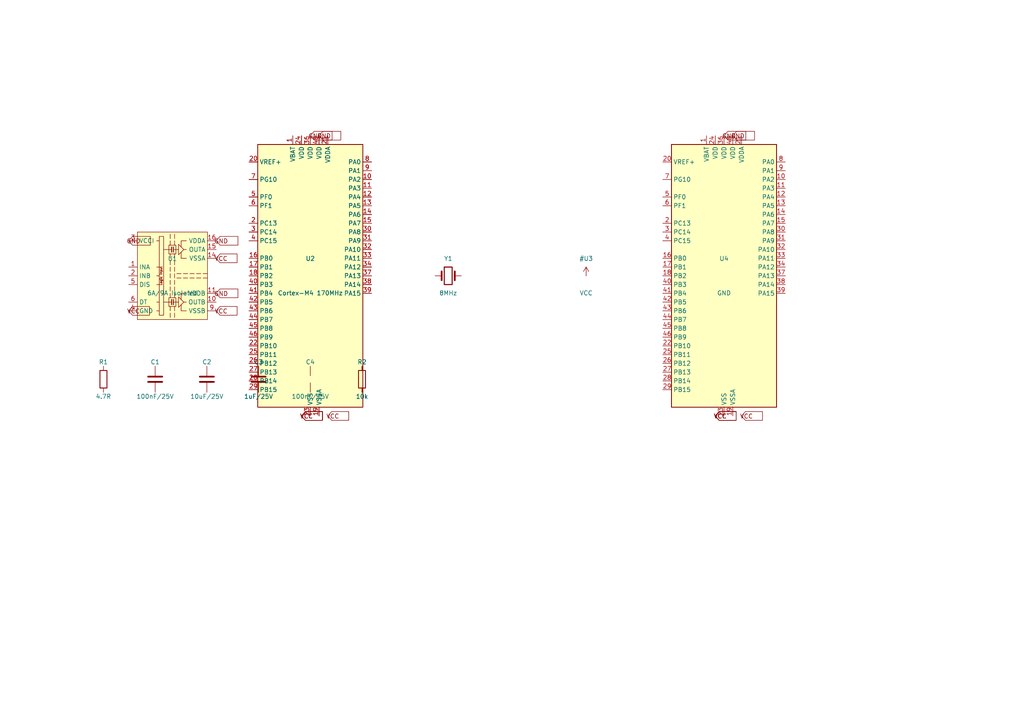
<source format=kicad_sch>
(kicad_sch (version 20231120) (generator "nexus_ee_design")
  (paper "A4")
  (lib_symbols
    (symbol "UCC21520DW"
      (property "Reference" "U" (at 0 16.51 0))
      (property "Value" "UCC21520DW" (at 0 13.97 0))
      (symbol "UCC21520DW_0_0"
        (polyline (pts (xy -0.635 12.065) (xy -0.635 10.795)))
        (polyline (pts (xy -0.635 10.16) (xy -0.635 8.89)))
        (polyline (pts (xy -0.635 6.35) (xy -0.635 5.08)))
        (polyline (pts (xy -0.254 8.382) (xy -0.254 6.858)) (stroke (width 0.254)))
        (polyline (pts (xy -0.254 7.62) (xy -2.54 7.62)))
        (polyline (pts (xy -0.254 -6.858) (xy -0.254 -8.382)) (stroke (width 0.254)))
        (polyline (pts (xy -0.254 -7.62) (xy -2.54 -7.62)))
        (polyline (pts (xy 0.254 8.382) (xy 0.254 6.858)) (stroke (width 0.254)))
        (polyline (pts (xy 0.254 7.62) (xy 1.778 7.62)))
        (polyline (pts (xy 0.254 -6.858) (xy 0.254 -8.382)) (stroke (width 0.254)))
        (polyline (pts (xy 0.254 -7.62) (xy 1.778 -7.62)))
        (polyline (pts (xy 0.635 10.795) (xy 0.635 12.065)))
        (polyline (pts (xy 0.635 8.89) (xy 0.635 10.16)))
        (polyline (pts (xy 0.635 6.35) (xy 0.635 5.08)))
        (rectangle (start 1.016 8.89) (end -1.016 6.35))
        (rectangle (start 1.016 -6.35) (end -1.016 -8.89))
        (polyline (pts (xy 2.54 0.635) (xy 1.27 0.635)))
        (polyline (pts (xy 2.54 -0.635) (xy 1.27 -0.635)))
        (polyline (pts (xy 3.302 7.62) (xy 1.778 6.096) (xy 1.778 9.144) (xy 3.302 7.62)))
        (polyline (pts (xy 3.302 -7.62) (xy 1.778 -9.144) (xy 1.778 -6.096) (xy 3.302 -7.62)))
        (polyline (pts (xy 4.064 10.16) (xy 2.54 10.16) (xy 2.54 8.382)))
        (polyline (pts (xy 4.064 7.62) (xy 3.302 7.62)))
        (polyline (pts (xy 4.064 5.08) (xy 2.54 5.08) (xy 2.54 6.858)))
        (polyline (pts (xy 4.064 -5.08) (xy 2.54 -5.08) (xy 2.54 -6.858)))
        (polyline (pts (xy 4.064 -7.62) (xy 3.302 -7.62)))
        (polyline (pts (xy 4.064 -10.16) (xy 2.54 -10.16) (xy 2.54 -8.382)))
        (polyline (pts (xy 4.445 0.635) (xy 3.175 0.635)))
        (polyline (pts (xy 4.445 -0.635) (xy 3.175 -0.635)))
        (polyline (pts (xy 6.35 0.635) (xy 5.08 0.635)))
        (polyline (pts (xy 6.35 -0.635) (xy 5.08 -0.635)))
        (polyline (pts (xy 8.255 0.635) (xy 6.985 0.635)))
        (polyline (pts (xy 8.255 -0.635) (xy 6.985 -0.635)))
        (polyline (pts (xy 10.16 0.635) (xy 8.89 0.635)))
        (polyline (pts (xy 10.16 -0.635) (xy 8.89 -0.635)))
        (text "Logic Input" (at -3.302 0 900) (effects (font (size 0.635 0.635))))
      )
      (symbol "UCC21520DW_0_1"
        (rectangle (start -3.81 11.43) (end -2.54 -11.43))
        (polyline (pts (xy -3.81 10.16) (xy -4.572 10.16)))
        (polyline (pts (xy -3.81 2.54) (xy -4.572 2.54)))
        (polyline (pts (xy -3.81 0) (xy -4.572 0)))
        (polyline (pts (xy -3.81 -2.54) (xy -4.572 -2.54)))
        (polyline (pts (xy -3.81 -7.62) (xy -4.572 -7.62)))
        (polyline (pts (xy -3.81 -10.16) (xy -4.572 -10.16)))
        (polyline (pts (xy -0.635 4.445) (xy -0.635 3.175)))
        (polyline (pts (xy -0.635 2.54) (xy -0.635 1.27)))
        (polyline (pts (xy -0.635 0.635) (xy -0.635 -0.635)))
        (polyline (pts (xy -0.635 -1.27) (xy -0.635 -2.54)))
        (polyline (pts (xy -0.635 -3.175) (xy -0.635 -4.445)))
        (polyline (pts (xy -0.635 -5.08) (xy -0.635 -6.35)))
        (polyline (pts (xy -0.635 -8.89) (xy -0.635 -10.16)))
        (polyline (pts (xy -0.635 -10.795) (xy -0.635 -12.065)))
        (polyline (pts (xy 0.635 4.445) (xy 0.635 3.175)))
        (polyline (pts (xy 0.635 2.54) (xy 0.635 1.27)))
        (polyline (pts (xy 0.635 0.635) (xy 0.635 -0.635)))
        (polyline (pts (xy 0.635 -1.27) (xy 0.635 -2.54)))
        (polyline (pts (xy 0.635 -3.175) (xy 0.635 -4.445)))
        (polyline (pts (xy 0.635 -5.08) (xy 0.635 -6.35)))
        (polyline (pts (xy 0.635 -8.89) (xy 0.635 -10.16)))
        (polyline (pts (xy 0.635 -10.795) (xy 0.635 -12.065)))
        (rectangle (start 10.16 12.7) (end -10.16 -12.7) (fill (type background)))
      )
      (symbol "UCC21520DW_1_1"
        (pin power_in line (at -12.7 10.16 0) (length 2.54) (name "VCCI") (number "3"))
        (pin passive line (at -12.7 10.16 0) (length 2.54) (hide yes) (name "VCCI") (number "8"))
        (pin input line (at -12.7 2.54 0) (length 2.54) (name "INA") (number "1"))
        (pin input line (at -12.7 0 0) (length 2.54) (name "INB") (number "2"))
        (pin input line (at -12.7 -2.54 0) (length 2.54) (name "DIS") (number "5"))
        (pin passive line (at -12.7 -7.62 0) (length 2.54) (name "DT") (number "6"))
        (pin power_in line (at -12.7 -10.16 0) (length 2.54) (name "GND") (number "4"))
        (pin no_connect line (at -10.16 -5.08 0) (length 2.54) (hide yes) (name "NC") (number "7"))
        (pin no_connect line (at 10.16 2.54 180) (length 2.54) (hide yes) (name "NC") (number "13"))
        (pin no_connect line (at 10.16 -2.54 180) (length 2.54) (hide yes) (name "NC") (number "12"))
        (pin power_in line (at 12.7 10.16 180) (length 2.54) (name "VDDA") (number "16"))
        (pin output line (at 12.7 7.62 180) (length 2.54) (name "OUTA") (number "15"))
        (pin power_in line (at 12.7 5.08 180) (length 2.54) (name "VSSA") (number "14"))
        (pin power_in line (at 12.7 -5.08 180) (length 2.54) (name "VDDB") (number "11"))
        (pin output line (at 12.7 -7.62 180) (length 2.54) (name "OUTB") (number "10"))
        (pin power_in line (at 12.7 -10.16 180) (length 2.54) (name "VSSB") (number "9"))
      )
    )
    (symbol "R" (pin_numbers (hide yes)) (pin_names (offset 0))
      (property "Reference" "R" (at 2.032 0 90))
      (property "Value" "R" (at 0 0 90))
      (symbol "R_0_1"
        (rectangle (start -1.016 -2.54) (end 1.016 2.54) (stroke (width 0.254)))
      )
      (symbol "R_1_1"
        (pin passive line (at 0 3.81 270) (length 1.27) (name "~") (number "1"))
        (pin passive line (at 0 -3.81 90) (length 1.27) (name "~") (number "2"))
      )
    )
    (symbol "C" (pin_numbers (hide yes)) (pin_names (offset 0.254))
      (property "Reference" "C" (at 0.635 2.54 0))
      (property "Value" "C" (at 0.635 -2.54 0))
      (symbol "C_0_1"
        (polyline (pts (xy -2.032 0.762) (xy 2.032 0.762)) (stroke (width 0.508)))
        (polyline (pts (xy -2.032 -0.762) (xy 2.032 -0.762)) (stroke (width 0.508)))
      )
      (symbol "C_1_1"
        (pin passive line (at 0 3.81 270) (length 2.794) (name "~") (number "1"))
        (pin passive line (at 0 -3.81 90) (length 2.794) (name "~") (number "2"))
      )
    )
    (symbol "STM32G431CBTxZ"
      (property "Reference" "U" (at -15.24 39.37 0))
      (property "Value" "STM32G431CBTxZ" (at 7.62 39.37 0))
      (symbol "STM32G431CBTxZ_0_1"
        (rectangle (start -15.24 -38.1) (end 15.24 38.1) (stroke (width 0.254)) (fill (type background)))
      )
      (symbol "STM32G431CBTxZ_1_1"
        (pin input line (at -17.78 33.02 0) (length 2.54) (name "VREF+") (number "20"))
        (pin bidirectional line (at -17.78 27.94 0) (length 2.54) (name "PG10") (number "7"))
        (pin bidirectional line (at -17.78 22.86 0) (length 2.54) (name "PF0") (number "5"))
        (pin bidirectional line (at -17.78 20.32 0) (length 2.54) (name "PF1") (number "6"))
        (pin bidirectional line (at -17.78 15.24 0) (length 2.54) (name "PC13") (number "2"))
        (pin bidirectional line (at -17.78 12.7 0) (length 2.54) (name "PC14") (number "3"))
        (pin bidirectional line (at -17.78 10.16 0) (length 2.54) (name "PC15") (number "4"))
        (pin bidirectional line (at -17.78 5.08 0) (length 2.54) (name "PB0") (number "16"))
        (pin bidirectional line (at -17.78 2.54 0) (length 2.54) (name "PB1") (number "17"))
        (pin bidirectional line (at -17.78 0 0) (length 2.54) (name "PB2") (number "18"))
        (pin bidirectional line (at -17.78 -2.54 0) (length 2.54) (name "PB3") (number "40"))
        (pin bidirectional line (at -17.78 -5.08 0) (length 2.54) (name "PB4") (number "41"))
        (pin bidirectional line (at -17.78 -7.62 0) (length 2.54) (name "PB5") (number "42"))
        (pin bidirectional line (at -17.78 -10.16 0) (length 2.54) (name "PB6") (number "43"))
        (pin bidirectional line (at -17.78 -12.7 0) (length 2.54) (name "PB7") (number "44"))
        (pin bidirectional line (at -17.78 -15.24 0) (length 2.54) (name "PB8") (number "45"))
        (pin bidirectional line (at -17.78 -17.78 0) (length 2.54) (name "PB9") (number "46"))
        (pin bidirectional line (at -17.78 -20.32 0) (length 2.54) (name "PB10") (number "22"))
        (pin bidirectional line (at -17.78 -22.86 0) (length 2.54) (name "PB11") (number "25"))
        (pin bidirectional line (at -17.78 -25.4 0) (length 2.54) (name "PB12") (number "26"))
        (pin bidirectional line (at -17.78 -27.94 0) (length 2.54) (name "PB13") (number "27"))
        (pin bidirectional line (at -17.78 -30.48 0) (length 2.54) (name "PB14") (number "28"))
        (pin bidirectional line (at -17.78 -33.02 0) (length 2.54) (name "PB15") (number "29"))
        (pin power_in line (at -5.08 40.64 270) (length 2.54) (name "VBAT") (number "1"))
        (pin power_in line (at -2.54 40.64 270) (length 2.54) (name "VDD") (number "24"))
        (pin power_in line (at 0 40.64 270) (length 2.54) (name "VDD") (number "36"))
        (pin power_in line (at 0 -40.64 90) (length 2.54) (name "VSS") (number "23"))
        (pin passive line (at 0 -40.64 90) (length 2.54) (hide yes) (name "VSS") (number "35"))
        (pin passive line (at 0 -40.64 90) (length 2.54) (hide yes) (name "VSS") (number "47"))
        (pin power_in line (at 2.54 40.64 270) (length 2.54) (name "VDD") (number "48"))
        (pin power_in line (at 2.54 -40.64 90) (length 2.54) (name "VSSA") (number "19"))
        (pin power_in line (at 5.08 40.64 270) (length 2.54) (name "VDDA") (number "21"))
        (pin bidirectional line (at 17.78 33.02 180) (length 2.54) (name "PA0") (number "8"))
        (pin bidirectional line (at 17.78 30.48 180) (length 2.54) (name "PA1") (number "9"))
        (pin bidirectional line (at 17.78 27.94 180) (length 2.54) (name "PA2") (number "10"))
        (pin bidirectional line (at 17.78 25.4 180) (length 2.54) (name "PA3") (number "11"))
        (pin bidirectional line (at 17.78 22.86 180) (length 2.54) (name "PA4") (number "12"))
        (pin bidirectional line (at 17.78 20.32 180) (length 2.54) (name "PA5") (number "13"))
        (pin bidirectional line (at 17.78 17.78 180) (length 2.54) (name "PA6") (number "14"))
        (pin bidirectional line (at 17.78 15.24 180) (length 2.54) (name "PA7") (number "15"))
        (pin bidirectional line (at 17.78 12.7 180) (length 2.54) (name "PA8") (number "30"))
        (pin bidirectional line (at 17.78 10.16 180) (length 2.54) (name "PA9") (number "31"))
        (pin bidirectional line (at 17.78 7.62 180) (length 2.54) (name "PA10") (number "32"))
        (pin bidirectional line (at 17.78 5.08 180) (length 2.54) (name "PA11") (number "33"))
        (pin bidirectional line (at 17.78 2.54 180) (length 2.54) (name "PA12") (number "34"))
        (pin bidirectional line (at 17.78 0 180) (length 2.54) (name "PA13") (number "37"))
        (pin bidirectional line (at 17.78 -2.54 180) (length 2.54) (name "PA14") (number "38"))
        (pin bidirectional line (at 17.78 -5.08 180) (length 2.54) (name "PA15") (number "39"))
      )
    )
    (symbol "Crystal" (pin_numbers (hide yes)) (pin_names (offset 1.016) (hide yes))
      (property "Reference" "Y" (at 0 3.81 0))
      (property "Value" "Crystal" (at 0 -3.81 0))
      (symbol "Crystal_0_1"
        (polyline (pts (xy -2.54 0) (xy -1.905 0)))
        (polyline (pts (xy -1.905 -1.27) (xy -1.905 1.27)) (stroke (width 0.508)))
        (rectangle (start -1.143 2.54) (end 1.143 -2.54) (stroke (width 0.3048)))
        (polyline (pts (xy 1.905 -1.27) (xy 1.905 1.27)) (stroke (width 0.508)))
        (polyline (pts (xy 2.54 0) (xy 1.905 0)))
      )
      (symbol "Crystal_1_1"
        (pin passive line (at -3.81 0 0) (length 1.27) (name "1") (number "1"))
        (pin passive line (at 3.81 0 180) (length 1.27) (name "2") (number "2"))
      )
    )
    (symbol "VCC" (power) (pin_numbers (hide yes)) (pin_names (offset 0) (hide yes))
      (property "Value" "VCC" (at 0 3.556 0))
      (symbol "VCC_0_1"
        (polyline (pts (xy -0.762 1.27) (xy 0 2.54)))
        (polyline (pts (xy 0 2.54) (xy 0.762 1.27)))
        (polyline (pts (xy 0 0) (xy 0 2.54)))
      )
      (symbol "VCC_1_1"
        (pin power_in line (at 0 0 90) (length 0) (name "~") (number "1"))
      )
    )
  )
  (symbol (lib_id "UCC21520DW") (at 50.0 80.0 0) (unit 1)
    (property "Reference" "U1" (at 50.0 75.0 0))
    (property "Value" "6A/9A Isolated" (at 50.0 85.0 0))
  )
  (symbol (lib_id "R") (at 30.0 110.0 0) (unit 1)
    (property "Reference" "R1" (at 30.0 105.0 0))
    (property "Value" "4.7R" (at 30.0 115.0 0))
  )
  (symbol (lib_id "C") (at 45.0 110.0 0) (unit 1)
    (property "Reference" "C1" (at 45.0 105.0 0))
    (property "Value" "100nF/25V" (at 45.0 115.0 0))
  )
  (symbol (lib_id "C") (at 60.0 110.0 0) (unit 1)
    (property "Reference" "C2" (at 60.0 105.0 0))
    (property "Value" "10uF/25V" (at 60.0 115.0 0))
  )
  (symbol (lib_id "STM32G431CBTxZ") (at 90.0 80.0 0) (unit 1)
    (property "Reference" "U2" (at 90.0 75.0 0))
    (property "Value" "Cortex-M4 170MHz" (at 90.0 85.0 0))
  )
  (symbol (lib_id "Crystal") (at 130.0 80.0 0) (unit 1)
    (property "Reference" "Y1" (at 130.0 75.0 0))
    (property "Value" "8MHz" (at 130.0 85.0 0))
  )
  (symbol (lib_id "C") (at 75.0 110.0 0) (unit 1)
    (property "Reference" "C3" (at 75.0 105.0 0))
    (property "Value" "1uF/25V" (at 75.0 115.0 0))
  )
  (symbol (lib_id "C") (at 90.0 110.0 0) (unit 1)
    (property "Reference" "C4" (at 90.0 105.0 0))
    (property "Value" "100nF/25V" (at 90.0 115.0 0))
  )
  (symbol (lib_id "R") (at 105.0 110.0 0) (unit 1)
    (property "Reference" "R2" (at 105.0 105.0 0))
    (property "Value" "10k" (at 105.0 115.0 0))
  )
  (symbol (lib_id "VCC") (at 170.0 80.0 0) (unit 1)
    (property "Reference" "U3" (at 170.0 75.0 0))
    (property "Value" "VCC" (at 170.0 85.0 0))
  )
  (symbol (lib_id "STM32G431CBTxZ") (at 210.0 80.0 0) (unit 1)
    (property "Reference" "U4" (at 210.0 75.0 0))
    (property "Value" "GND" (at 210.0 85.0 0))
  )
  (global_label "VCC" (shape input) (at 37.3 90.16 0))
  (global_label "GND" (shape input) (at 37.3 69.84 0))
  (global_label "VCC" (shape input) (at 62.7 90.16 0))
  (global_label "GND" (shape input) (at 62.7 85.08 0))
  (global_label "VCC" (shape input) (at 62.7 74.92 0))
  (global_label "GND" (shape input) (at 62.7 69.84 0))
  (global_label "VCC" (shape input) (at 87.46 120.64 0))
  (global_label "VCC" (shape input) (at 87.46 120.64 0))
  (global_label "GND" (shape input) (at 90.0 39.36 0))
  (global_label "VCC" (shape input) (at 87.46 120.64 0))
  (global_label "GND" (shape input) (at 92.54 39.36 0))
  (global_label "VCC" (shape input) (at 95.08 120.64 0))
  (global_label "VCC" (shape input) (at 207.46 120.64 0))
  (global_label "VCC" (shape input) (at 207.46 120.64 0))
  (global_label "GND" (shape input) (at 210.0 39.36 0))
  (global_label "VCC" (shape input) (at 207.46 120.64 0))
  (global_label "GND" (shape input) (at 212.54 39.36 0))
  (global_label "VCC" (shape input) (at 215.08 120.64 0))
)
</source>
